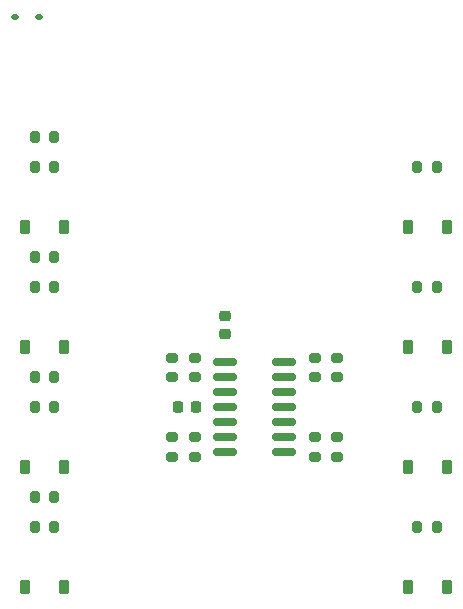
<source format=gbr>
%TF.GenerationSoftware,KiCad,Pcbnew,7.0.9*%
%TF.CreationDate,2024-02-06T13:40:39+00:00*%
%TF.ProjectId,dc-level-shifter,64632d6c-6576-4656-9c2d-736869667465,1.0*%
%TF.SameCoordinates,Original*%
%TF.FileFunction,Paste,Top*%
%TF.FilePolarity,Positive*%
%FSLAX46Y46*%
G04 Gerber Fmt 4.6, Leading zero omitted, Abs format (unit mm)*
G04 Created by KiCad (PCBNEW 7.0.9) date 2024-02-06 13:40:39*
%MOMM*%
%LPD*%
G01*
G04 APERTURE LIST*
G04 Aperture macros list*
%AMRoundRect*
0 Rectangle with rounded corners*
0 $1 Rounding radius*
0 $2 $3 $4 $5 $6 $7 $8 $9 X,Y pos of 4 corners*
0 Add a 4 corners polygon primitive as box body*
4,1,4,$2,$3,$4,$5,$6,$7,$8,$9,$2,$3,0*
0 Add four circle primitives for the rounded corners*
1,1,$1+$1,$2,$3*
1,1,$1+$1,$4,$5*
1,1,$1+$1,$6,$7*
1,1,$1+$1,$8,$9*
0 Add four rect primitives between the rounded corners*
20,1,$1+$1,$2,$3,$4,$5,0*
20,1,$1+$1,$4,$5,$6,$7,0*
20,1,$1+$1,$6,$7,$8,$9,0*
20,1,$1+$1,$8,$9,$2,$3,0*%
G04 Aperture macros list end*
%ADD10RoundRect,0.150000X-0.825000X-0.150000X0.825000X-0.150000X0.825000X0.150000X-0.825000X0.150000X0*%
%ADD11RoundRect,0.200000X0.200000X0.275000X-0.200000X0.275000X-0.200000X-0.275000X0.200000X-0.275000X0*%
%ADD12RoundRect,0.200000X0.275000X-0.200000X0.275000X0.200000X-0.275000X0.200000X-0.275000X-0.200000X0*%
%ADD13RoundRect,0.225000X-0.225000X-0.375000X0.225000X-0.375000X0.225000X0.375000X-0.225000X0.375000X0*%
%ADD14RoundRect,0.200000X-0.275000X0.200000X-0.275000X-0.200000X0.275000X-0.200000X0.275000X0.200000X0*%
%ADD15RoundRect,0.225000X0.250000X-0.225000X0.250000X0.225000X-0.250000X0.225000X-0.250000X-0.225000X0*%
%ADD16RoundRect,0.112500X0.187500X0.112500X-0.187500X0.112500X-0.187500X-0.112500X0.187500X-0.112500X0*%
%ADD17RoundRect,0.225000X0.225000X0.250000X-0.225000X0.250000X-0.225000X-0.250000X0.225000X-0.250000X0*%
%ADD18RoundRect,0.225000X0.225000X0.375000X-0.225000X0.375000X-0.225000X-0.375000X0.225000X-0.375000X0*%
G04 APERTURE END LIST*
D10*
%TO.C,U1*%
X133985000Y-86995000D03*
X133985000Y-88265000D03*
X133985000Y-89535000D03*
X133985000Y-90805000D03*
X133985000Y-92075000D03*
X133985000Y-93345000D03*
X133985000Y-94615000D03*
X138935000Y-94615000D03*
X138935000Y-93345000D03*
X138935000Y-92075000D03*
X138935000Y-90805000D03*
X138935000Y-89535000D03*
X138935000Y-88265000D03*
X138935000Y-86995000D03*
%TD*%
D11*
%TO.C,R11*%
X119505000Y-90805000D03*
X117855000Y-90805000D03*
%TD*%
D12*
%TO.C,R1*%
X129475000Y-88265000D03*
X129475000Y-86615000D03*
%TD*%
D11*
%TO.C,R6*%
X119505000Y-80645000D03*
X117855000Y-80645000D03*
%TD*%
D13*
%TO.C,D8*%
X149415000Y-106045000D03*
X152715000Y-106045000D03*
%TD*%
D11*
%TO.C,R4*%
X119505000Y-67945000D03*
X117855000Y-67945000D03*
%TD*%
D14*
%TO.C,R8*%
X129475000Y-93345000D03*
X129475000Y-94995000D03*
%TD*%
D15*
%TO.C,C2*%
X133985000Y-84595000D03*
X133985000Y-83045000D03*
%TD*%
D11*
%TO.C,R12*%
X119505000Y-88265000D03*
X117855000Y-88265000D03*
%TD*%
D13*
%TO.C,D4*%
X149415000Y-85725000D03*
X152715000Y-85725000D03*
%TD*%
D11*
%TO.C,R7*%
X119505000Y-78105000D03*
X117855000Y-78105000D03*
%TD*%
%TO.C,R3*%
X151890000Y-70485000D03*
X150240000Y-70485000D03*
%TD*%
D16*
%TO.C,D9*%
X118240000Y-57780000D03*
X116140000Y-57780000D03*
%TD*%
D14*
%TO.C,R2*%
X131380000Y-86615000D03*
X131380000Y-88265000D03*
%TD*%
D17*
%TO.C,C1*%
X131520000Y-90805000D03*
X129970000Y-90805000D03*
%TD*%
D18*
%TO.C,D1*%
X120330000Y-75565000D03*
X117030000Y-75565000D03*
%TD*%
D12*
%TO.C,R18*%
X143445000Y-88265000D03*
X143445000Y-86615000D03*
%TD*%
D11*
%TO.C,R5*%
X119505000Y-70485000D03*
X117855000Y-70485000D03*
%TD*%
D18*
%TO.C,D5*%
X120307500Y-95885000D03*
X117007500Y-95885000D03*
%TD*%
D11*
%TO.C,R17*%
X119505000Y-98425000D03*
X117855000Y-98425000D03*
%TD*%
D13*
%TO.C,D6*%
X149415000Y-95885000D03*
X152715000Y-95885000D03*
%TD*%
%TO.C,D2*%
X149415000Y-75565000D03*
X152715000Y-75565000D03*
%TD*%
D14*
%TO.C,R13*%
X143445000Y-93345000D03*
X143445000Y-94995000D03*
%TD*%
D11*
%TO.C,R16*%
X119505000Y-100965000D03*
X117855000Y-100965000D03*
%TD*%
D12*
%TO.C,R9*%
X131380000Y-94995000D03*
X131380000Y-93345000D03*
%TD*%
D11*
%TO.C,R15*%
X151890000Y-90805000D03*
X150240000Y-90805000D03*
%TD*%
D14*
%TO.C,R19*%
X141540000Y-86615000D03*
X141540000Y-88265000D03*
%TD*%
D11*
%TO.C,R10*%
X151890000Y-80645000D03*
X150240000Y-80645000D03*
%TD*%
D18*
%TO.C,D3*%
X120352500Y-85725000D03*
X117052500Y-85725000D03*
%TD*%
%TO.C,D7*%
X120307500Y-106045000D03*
X117007500Y-106045000D03*
%TD*%
D11*
%TO.C,R20*%
X151890000Y-100965000D03*
X150240000Y-100965000D03*
%TD*%
D12*
%TO.C,R14*%
X141540000Y-94995000D03*
X141540000Y-93345000D03*
%TD*%
M02*

</source>
